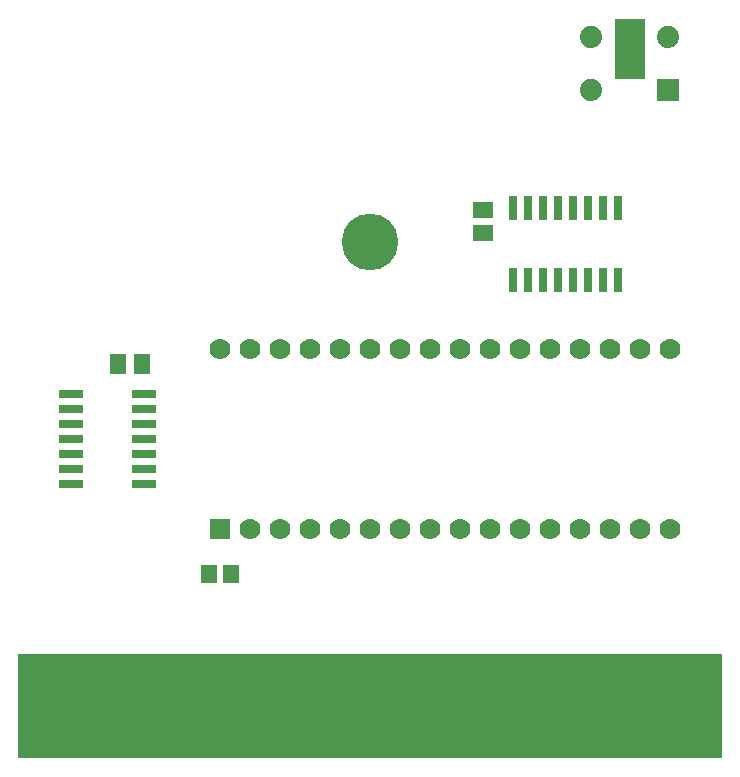
<source format=gts>
G04 EAGLE Gerber RS-274X export*
G75*
%MOMM*%
%FSLAX34Y34*%
%LPD*%
%INTop Solder Mask*%
%IPPOS*%
%AMOC8*
5,1,8,0,0,1.08239X$1,22.5*%
G01*
%ADD10C,4.800600*%
%ADD11R,2.133600X7.721600*%
%ADD12R,59.690000X8.890000*%
%ADD13R,1.778000X1.778000*%
%ADD14C,1.778000*%
%ADD15R,2.133600X0.762000*%
%ADD16R,0.762000X2.133600*%
%ADD17R,1.401600X1.601600*%
%ADD18R,1.879600X1.879600*%
%ADD19C,1.879600*%
%ADD20R,1.401600X1.701600*%
%ADD21R,1.701600X1.401600*%
%ADD22R,2.641600X5.181600*%


D10*
X304800Y433070D03*
D11*
X571500Y44450D03*
X546100Y44450D03*
X520700Y44450D03*
X495300Y44450D03*
X469900Y44450D03*
X444500Y44450D03*
X419100Y44450D03*
X393700Y44450D03*
X368300Y44450D03*
X342900Y44450D03*
X317500Y44450D03*
X292100Y44450D03*
X266700Y44450D03*
X241300Y44450D03*
X215900Y44450D03*
X190500Y44450D03*
X165100Y44450D03*
X139700Y44450D03*
X114300Y44450D03*
X88900Y44450D03*
X63500Y44450D03*
X38100Y44450D03*
D12*
X304800Y40640D03*
D13*
X177800Y190500D03*
D14*
X203200Y190500D03*
X228600Y190500D03*
X254000Y190500D03*
X279400Y190500D03*
X304800Y190500D03*
X330200Y190500D03*
X355600Y190500D03*
X381000Y190500D03*
X406400Y190500D03*
X431800Y190500D03*
X457200Y190500D03*
X482600Y190500D03*
X508000Y190500D03*
X533400Y190500D03*
X558800Y190500D03*
X558800Y342900D03*
X533400Y342900D03*
X508000Y342900D03*
X482600Y342900D03*
X457200Y342900D03*
X431800Y342900D03*
X406400Y342900D03*
X381000Y342900D03*
X355600Y342900D03*
X330200Y342900D03*
X304800Y342900D03*
X279400Y342900D03*
X254000Y342900D03*
X228600Y342900D03*
X203200Y342900D03*
X177800Y342900D03*
D15*
X51816Y304800D03*
X113284Y304800D03*
X51816Y292100D03*
X51816Y279400D03*
X113284Y292100D03*
X113284Y279400D03*
X51816Y266700D03*
X113284Y266700D03*
X51816Y254000D03*
X51816Y241300D03*
X113284Y254000D03*
X113284Y241300D03*
X51816Y228600D03*
X113284Y228600D03*
D16*
X425450Y401066D03*
X425450Y462534D03*
X438150Y401066D03*
X450850Y401066D03*
X438150Y462534D03*
X450850Y462534D03*
X463550Y401066D03*
X463550Y462534D03*
X476250Y401066D03*
X476250Y462534D03*
X488950Y401066D03*
X501650Y401066D03*
X488950Y462534D03*
X501650Y462534D03*
X514350Y401066D03*
X514350Y462534D03*
D17*
X168300Y152400D03*
X187300Y152400D03*
D18*
X556912Y562034D03*
D19*
X556912Y607246D03*
X491888Y562034D03*
X491888Y607246D03*
D20*
X91600Y330200D03*
X111600Y330200D03*
D21*
X400050Y440850D03*
X400050Y460850D03*
D22*
X524510Y596900D03*
M02*

</source>
